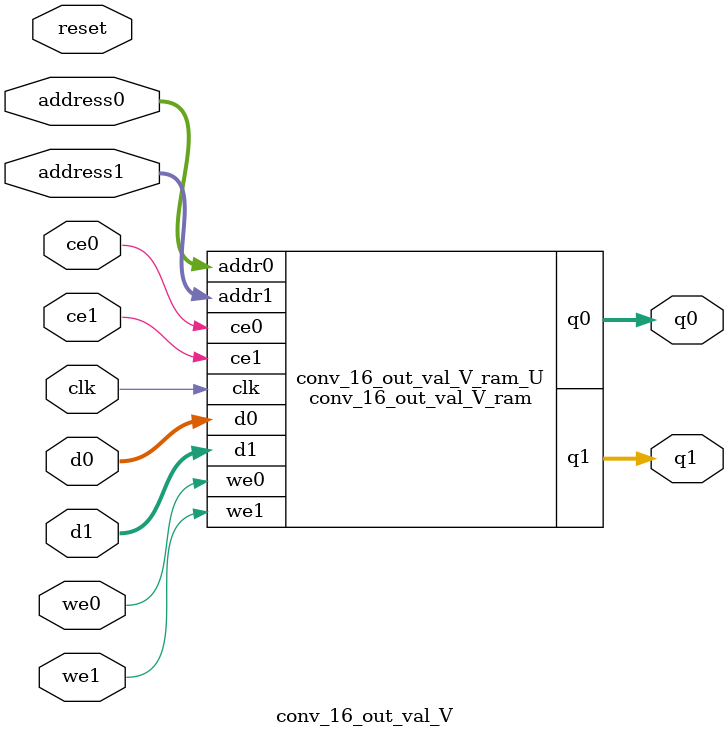
<source format=v>

`timescale 1 ns / 1 ps
module conv_16_out_val_V_ram (addr0, ce0, d0, we0, q0, addr1, ce1, d1, we1, q1,  clk);

parameter DWIDTH = 16;
parameter AWIDTH = 5;
parameter MEM_SIZE = 32;

input[AWIDTH-1:0] addr0;
input ce0;
input[DWIDTH-1:0] d0;
input we0;
output reg[DWIDTH-1:0] q0;
input[AWIDTH-1:0] addr1;
input ce1;
input[DWIDTH-1:0] d1;
input we1;
output reg[DWIDTH-1:0] q1;
input clk;

(* ram_style = "block" *)reg [DWIDTH-1:0] ram[0:MEM_SIZE-1];




always @(posedge clk)  
begin 
    if (ce0) 
    begin
        if (we0) 
        begin 
            ram[addr0] <= d0; 
            q0 <= d0;
        end 
        else 
            q0 <= ram[addr0];
    end
end


always @(posedge clk)  
begin 
    if (ce1) 
    begin
        if (we1) 
        begin 
            ram[addr1] <= d1; 
            q1 <= d1;
        end 
        else 
            q1 <= ram[addr1];
    end
end


endmodule


`timescale 1 ns / 1 ps
module conv_16_out_val_V(
    reset,
    clk,
    address0,
    ce0,
    we0,
    d0,
    q0,
    address1,
    ce1,
    we1,
    d1,
    q1);

parameter DataWidth = 32'd16;
parameter AddressRange = 32'd32;
parameter AddressWidth = 32'd5;
input reset;
input clk;
input[AddressWidth - 1:0] address0;
input ce0;
input we0;
input[DataWidth - 1:0] d0;
output[DataWidth - 1:0] q0;
input[AddressWidth - 1:0] address1;
input ce1;
input we1;
input[DataWidth - 1:0] d1;
output[DataWidth - 1:0] q1;



conv_16_out_val_V_ram conv_16_out_val_V_ram_U(
    .clk( clk ),
    .addr0( address0 ),
    .ce0( ce0 ),
    .d0( d0 ),
    .we0( we0 ),
    .q0( q0 ),
    .addr1( address1 ),
    .ce1( ce1 ),
    .d1( d1 ),
    .we1( we1 ),
    .q1( q1 ));

endmodule


</source>
